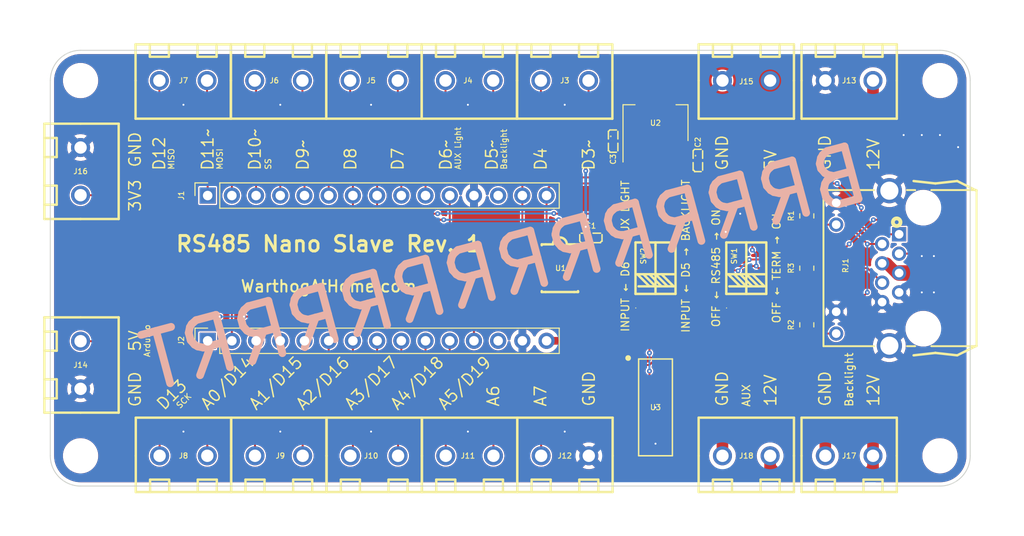
<source format=kicad_pcb>
(kicad_pcb (version 20211014) (generator pcbnew)
  (title_block (title "RS485 Nano Slave") (date "2022-09-07") (rev "1") (company "Maciej Swic"))
  (layers (0 "F.Cu" signal) (31 "B.Cu" signal) (34 "B.Paste" user) (35 "F.Paste" user) (36 "B.SilkS" user "B.Silkscreen") (37 "F.SilkS" user "F.Silkscreen") (38 "B.Mask" user) (39 "F.Mask" user) (44 "Edge.Cuts" user))
  (net 0 "")
  (net 1 "+5V")
  (net 2 "GND")
  (net 3 "+12V")
  (net 4 "D12{slash}MISO")
  (net 5 "D11~{slash}MOSI")
  (net 6 "D10~{slash}SS")
  (net 7 "D9~")
  (net 8 "D8")
  (net 9 "D7")
  (net 10 "D6~{slash}AUX_LIGHT")
  (net 11 "D5~{slash}BACKLIGHT")
  (net 12 "D4")
  (net 13 "D3~")
  (net 14 "D2")
  (net 16 "RXD")
  (net 17 "TXD")
  (net 18 "D13{slash}SCK")
  (net 19 "+3V3")
  (net 21 "A0{slash}D14")
  (net 22 "A1{slash}D15")
  (net 23 "A2{slash}D16")
  (net 24 "A3{slash}D17")
  (net 25 "A4{slash}D18")
  (net 26 "A5{slash}D19")
  (net 27 "A6")
  (net 28 "A7")
  (net 29 "5V_ARDUINO")
  (net 31 "BACKLIGHT_GND")
  (net 32 "AUX_GND")
  (net 33 "Net-(R1-Pad1)")
  (net 34 "Net-(R2-Pad1)")
  (net 35 "RS485+")
  (net 36 "Net-(R3-Pad2)")
  (net 37 "RS485-")
  (net 38 "RS485_GND")
  (net 39 "AUX_BASE")
  (net 40 "BACKLIGHT_BASE")
  (footprint "A10 KiCad Libraries:CONN-TH_WJ126V-5.0-2P" (layer "F.Cu") (at 142.6972 81.915 -90)
    (fp_text reference "J6")
    (fp_text value "Screw_Terminal_01x02")
  )
  (footprint "Connector_PinSocket_2.54mm:PinSocket_1x15_P2.54mm_Vertical" (layer "F.Cu") (at 135.255 109.22 90)
    (fp_text reference "J2")
    (fp_text value "Conn_01x15_Female")
  )
  (footprint "A10 KiCad Libraries:SW-SMD_DSHP02TSGER" (layer "F.Cu") (at 191.77 101.6)
    (fp_text reference "SW1")
    (fp_text value "SW_DIP_x02")
  )
  (footprint "A10 KiCad Libraries:CONN-TH_WJ126V-5.0-2P" (layer "F.Cu") (at 202.565 81.915 -90)
    (fp_text reference "J13")
    (fp_text value "Screw_Terminal_01x02")
  )
  (footprint "A10 KiCad Libraries:SOIC-8_L5.0-W4.0-P1.27-LS6.0-BL" (layer "F.Cu") (at 172.212 101.6 -90)
    (fp_text reference "U1")
    (fp_text value "MAX487ESA+T")
  )
  (footprint "A10 KiCad Libraries:C0402" (layer "F.Cu") (at 177.8 88.265 -90)
    (fp_text reference "C3")
    (fp_text value "1uF")
  )
  (footprint "A10 KiCad Libraries:CONN-TH_WJ126V-5.0-2P" (layer "F.Cu") (at 162.7378 121.285 90)
    (fp_text reference "J11")
    (fp_text value "Screw_Terminal_01x02")
  )
  (footprint "A10 KiCad Libraries:SOP-16_L10.0-W3.9-P1.27-LS6.0-BL" (layer "F.Cu") (at 182.245 116.205 -90)
    (fp_text reference "U3")
    (fp_text value "ULN2003A")
  )
  (footprint "A10 KiCad Libraries:CONN-TH_WJ126V-5.0-2P" (layer "F.Cu") (at 202.565 121.285 90)
    (fp_text reference "J17")
    (fp_text value "Screw_Terminal_01x02")
  )
  (footprint "MountingHole:MountingHole_3.2mm_M3" (layer "F.Cu") (at 121.92 81.915)
    (fp_text reference "H1" hide)
    (fp_text value "MountingHole" hide)
  )
  (footprint "A10 KiCad Libraries:CONN-TH_WJ126V-5.0-2P" (layer "F.Cu") (at 121.92 111.76)
    (fp_text reference "J14")
    (fp_text value "Screw_Terminal_01x02")
  )
  (footprint "MountingHole:MountingHole_3.2mm_M3" (layer "F.Cu") (at 212.09 81.915)
    (fp_text reference "H2" hide)
    (fp_text value "MountingHole" hide)
  )
  (footprint "MountingHole:MountingHole_3.2mm_M3" (layer "F.Cu") (at 121.92 121.285)
    (fp_text reference "H3" hide)
    (fp_text value "MountingHole" hide)
  )
  (footprint "MountingHole:MountingHole_3.2mm_M3" (layer "F.Cu") (at 212.09 121.285)
    (fp_text reference "H4" hide)
    (fp_text value "MountingHole" hide)
  )
  (footprint "A10 KiCad Libraries:CONN-TH_WJ126V-5.0-2P" (layer "F.Cu") (at 132.715 121.285 90)
    (fp_text reference "J8")
    (fp_text value "Screw_Terminal_01x02")
  )
  (footprint "A10 KiCad Libraries:CONN-TH_WJ126V-5.0-2P" (layer "F.Cu") (at 142.7226 121.285 90)
    (fp_text reference "J9")
    (fp_text value "Screw_Terminal_01x02")
  )
  (footprint "A10 KiCad Libraries:CONN-TH_WJ126V-5.0-2P" (layer "F.Cu") (at 121.92 91.44)
    (fp_text reference "J16")
    (fp_text value "Screw_Terminal_01x02")
  )
  (footprint "Package_TO_SOT_SMD:SOT-223-3_TabPin2" (layer "F.Cu") (at 182.245 86.36 90)
    (fp_text reference "U2")
    (fp_text value "AMS1117-5.0")
  )
  (footprint "A10 KiCad Libraries:CONN-TH_WJ126V-5.0-2P" (layer "F.Cu") (at 172.7454 121.285 90)
    (fp_text reference "J12")
    (fp_text value "Screw_Terminal_01x02")
  )
  (footprint "A10 KiCad Libraries:CONN-TH_WJ126V-5.0-2P" (layer "F.Cu") (at 191.77 121.285 90)
    (fp_text reference "J18")
    (fp_text value "Screw_Terminal_01x02")
  )
  (footprint "A10 KiCad Libraries:CONN-TH_WJ126V-5.0-2P" (layer "F.Cu") (at 162.7124 81.915 -90)
    (fp_text reference "J4")
    (fp_text value "Screw_Terminal_01x02")
  )
  (footprint "A10 KiCad Libraries:CONN-TH_WJ126V-5.0-2P" (layer "F.Cu") (at 152.7048 81.915 -90)
    (fp_text reference "J5")
    (fp_text value "Screw_Terminal_01x02")
  )
  (footprint "A10 KiCad Libraries:CONN-TH_WJ126V-5.0-2P" (layer "F.Cu") (at 152.7302 121.285 90)
    (fp_text reference "J10")
    (fp_text value "Screw_Terminal_01x02")
  )
  (footprint "Resistor_SMD:R_0805_2012Metric" (layer "F.Cu") (at 198.12 107.5436 90)
    (fp_text reference "R2")
    (fp_text value "1.8K")
  )
  (footprint "A10 KiCad Libraries:CONN-TH_WJ126V-5.0-2P" (layer "F.Cu") (at 132.6896 81.915 -90)
    (fp_text reference "J7")
    (fp_text value "Screw_Terminal_01x02")
  )
  (footprint "Connector_PinSocket_2.54mm:PinSocket_1x15_P2.54mm_Vertical" (layer "F.Cu") (at 135.255 93.98 90)
    (fp_text reference "J1")
    (fp_text value "Conn_01x15_Female")
  )
  (footprint "Resistor_SMD:R_0805_2012Metric" (layer "F.Cu") (at 198.12 101.6 -90)
    (fp_text reference "R3")
    (fp_text value "120R")
  )
  (footprint "A10 KiCad Libraries:CONN-TH_WJ126V-5.0-2P" (layer "F.Cu") (at 191.77 81.915 -90)
    (fp_text reference "J15")
    (fp_text value "Screw_Terminal_01x02")
  )
  (footprint "Resistor_SMD:R_0805_2012Metric" (layer "F.Cu") (at 198.12 96.1136 90)
    (fp_text reference "R1")
    (fp_text value "1.8K")
  )
  (footprint "A10 KiCad Libraries:C0402" (layer "F.Cu") (at 186.69 90.297 -90)
    (fp_text reference "C2")
    (fp_text value "10uF")
  )
  (footprint "A10 KiCad Libraries:C0402" (layer "F.Cu") (at 175.4632 98.425)
    (fp_text reference "C1")
    (fp_text value "1uF")
  )
  (footprint "A10 KiCad Libraries:CONN-TH_WJ126V-5.0-2P" (layer "F.Cu") (at 172.72 81.915 -90)
    (fp_text reference "J3")
    (fp_text value "Screw_Terminal_01x02")
  )
  (footprint "A10 KiCad Libraries:RJ45-TH_B-1-1" (layer "F.Cu") (at 207.899 101.6 90)
    (fp_text reference "RJ1")
    (fp_text value "RJ45-B-1*1")
  )
  (footprint "A10 KiCad Libraries:SW-SMD_DSHP02TSGER" (layer "F.Cu") (at 182.245 101.6)
    (fp_text reference "SW2")
    (fp_text value "SW_DIP_x02")
  )
  (gr_arc (start 212.09 78.74) (mid 214.335058 79.669937) (end 215.265 81.915) (layer "Edge.Cuts") (width 0.1016))
  (gr_line (start 212.09 124.46) (end 121.92 124.46) (layer "Edge.Cuts") (width 0.1016))
  (gr_line (start 118.745 81.915) (end 118.745 121.285) (layer "Edge.Cuts") (width 0.1016))
  (gr_arc (start 215.265 121.285) (mid 214.33507 123.530076) (end 212.09 124.46) (layer "Edge.Cuts") (width 0.1016))
  (gr_line (start 215.265 121.285) (end 215.265 81.915) (layer "Edge.Cuts") (width 0.1016))
  (gr_line (start 212.09 78.74) (end 121.92 78.74) (layer "Edge.Cuts") (width 0.1016))
  (gr_arc (start 118.745 81.915) (mid 119.674936 79.669936) (end 121.92 78.74) (layer "Edge.Cuts") (width 0.1016))
  (gr_arc (start 121.92 124.46) (mid 119.674936 123.530064) (end 118.745 121.285) (layer "Edge.Cuts") (width 0.1016))
  (gr_text "BRRRRRRRRRRRRT" (at 166.37 101.6 15) (layer "B.SilkS") (effects (font (size 5.6896 5.6896) (thickness 0.8128)) (justify mirror)))
  (gr_text "${TITLE} Rev. ${REVISION}" (at 147.955 99.06) (layer "F.SilkS") (effects (font (size 1.6256 1.6256) (thickness 0.3048))))
  (gr_text "WarthogAtHome.com" (at 147.955 103.505) (layer "F.SilkS") (effects (font (size 1.2192 1.2192) (thickness 0.2032))))
  (segment (start 174.924005 91.397351) (end 174.924005 90.188495) (width 0.3048) (layer "F.Cu") (net 1))
  (segment (start 174.918115 97.268285) (end 174.918115 97.267282) (width 0.3048) (layer "F.Cu") (net 1))
  (segment (start 174.918115 98.425) (end 174.918115 99.693986) (width 0.3048) (layer "F.Cu") (net 1))
  (segment (start 174.918115 97.267282) (end 174.924005 97.261392) (width 0.3048) (layer "F.Cu") (net 1))
  (segment (start 174.924005 90.188495) (end 177.392585 87.719915) (width 0.3048) (layer "F.Cu") (net 1))
  (segment (start 174.918115 98.425) (end 174.918115 97.268285) (width 0.3048) (layer "F.Cu") (net 1))
  (segment (start 174.918115 99.693986) (end 174.917105 99.694996) (width 0.3048) (layer "F.Cu") (net 1))
  (segment (start 177.392585 87.719915) (end 177.8 87.719915) (width 0.3048) (layer "F.Cu") (net 1))
  (via (at 174.924005 97.261392) (size 0.508) (drill 0.2032) (layers "F.Cu" "B.Cu") (net 1))
  (via (at 174.924005 91.397351) (size 0.508) (drill 0.2032) (layers "F.Cu" "B.Cu") (net 1))
  (segment (start 174.924005 91.397351) (end 174.924005 97.261392) (width 0.3048) (layer "B.Cu") (net 1))
  (via (at 212.09 87.63) (size 0.508) (drill 0.2032) (layers "F.Cu" "B.Cu") (net 2))
  (via (at 182.245 116.205) (size 0.508) (drill 0.2032) (layers "F.Cu" "B.Cu") (net 2))
  (via (at 142.875 84.455) (size 0.508) (drill 0.2032) (layers "F.Cu" "B.Cu") (net 2))
  (via (at 208.28 87.63) (size 0.508) (drill 0.2032) (layers "F.Cu" "B.Cu") (net 2))
  (via (at 213.995 88.9) (size 0.508) (drill 0.2032) (layers "F.Cu" "B.Cu") (net 2))
  (via (at 211.455 100.33) (size 0.508) (drill 0.2032) (layers "F.Cu" "B.Cu") (net 2))
  (via (at 172.72 118.745) (size 0.508) (drill 0.2032) (layers "F.Cu" "B.Cu") (net 2))
  (via (at 210.185 100.33) (size 0.508) (drill 0.2032) (layers "F.Cu" "B.Cu") (net 2))
  (via (at 182.245 120.015) (size 0.508) (drill 0.2032) (layers "F.Cu" "B.Cu") (net 2))
  (via (at 211.455 104.14) (size 0.508) (drill 0.2032) (layers "F.Cu" "B.Cu") (net 2))
  (via (at 162.56 84.455) (size 0.508) (drill 0.2032) (layers "F.Cu" "B.Cu") (net 2))
  (via (at 162.56 118.745) (size 0.508) (drill 0.2032) (layers "F.Cu" "B.Cu") (net 2))
  (via (at 172.72 84.455) (size 0.508) (drill 0.2032) (layers "F.Cu" "B.Cu") (net 2))
  (via (at 210.185 104.14) (size 0.508) (drill 0.2032) (layers "F.Cu" "B.Cu") (net 2))
  (via (at 210.185 87.63) (size 0.508) (drill 0.2032) (layers "F.Cu" "B.Cu") (net 2))
  (via (at 191.135 95.885) (size 0.508) (drill 0.2032) (layers "F.Cu" "B.Cu") (net 2))
  (via (at 132.715 118.745) (size 0.508) (drill 0.2032) (layers "F.Cu" "B.Cu") (net 2))
  (via (at 142.875 118.745) (size 0.508) (drill 0.2032) (layers "F.Cu" "B.Cu") (net 2))
  (via (at 152.4 118.745) (size 0.508) (drill 0.2032) (layers "F.Cu" "B.Cu") (net 2))
  (via (at 132.715 84.455) (size 0.508) (drill 0.2032) (layers "F.Cu" "B.Cu") (net 2))
  (via (at 152.4 84.455) (size 0.508) (drill 0.2032) (layers "F.Cu" "B.Cu") (net 2))
  (via (at 189.611 97.79) (size 0.508) (drill 0.2032) (layers "F.Cu" "B.Cu") (net 2))
  (segment (start 205.06627 122.59373) (end 205.06627 121.285) (width 1.2192) (layer "F.Cu") (net 3))
  (segment (start 212.09 89.535) (end 205.072268 89.535) (width 1.2192) (layer "F.Cu") (net 3))
  (segment (start 178.6954 123.4504) (end 177.165 121.92) (width 0.8128) (layer "F.Cu") (net 3))
  (segment (start 195.2054 123.4504) (end 178.6954 123.4504) (width 0.8128) (layer "F.Cu") (net 3))
  (segment (start 205.06627 121.285) (end 205.06627 114.97373) (width 1.2192) (layer "F.Cu") (net 3))
  (segment (start 207.518001 102.108001) (end 207.80248 102.108001) (width 1.2192) (layer "F.Cu") (net 3))
  (segment (start 175.895 109.22) (end 170.815 109.22) (width 0.8128) (layer "F.Cu") (net 3))
  (segment (start 177.165 121.92) (end 177.165 110.49) (width 0.8128) (layer "F.Cu") (net 3))
  (segment (start 184.57 89.535) (end 184.545 89.51) (width 1.2192) (layer "F.Cu") (net 3))
  (segment (start 195.2054 123.4504) (end 204.2096 123.4504) (width 1.2192) (layer "F.Cu") (net 3))
  (segment (start 177.165 110.49) (end 175.895 109.22) (width 0.8128) (layer "F.Cu") (net 3))
  (segment (start 206.021936 101.091999) (end 206.501999 101.091999) (width 1.2192) (layer "F.Cu") (net 3))
  (segment (start 205.065 81.915) (end 205.065 89.527732) (width 1.2192) (layer "F.Cu") (net 3))
  (segment (start 194.27127 122.51627) (end 195.2054 123.4504) (width 1.2192) (layer "F.Cu") (net 3))
  (segment (start 212.09 113.665) (end 213.36 112.395) (width 1.2192) (layer "F.Cu") (net 3))
  (segment (start 205.06627 114.97373) (end 206.375 113.665) (width 1.2192) (layer "F.Cu") (net 3))
  (segment (start 206.501999 101.091999) (end 207.518001 102.108001) (width 1.2192) (layer "F.Cu") (net 3))
  (segment (start 213.36 90.805) (end 212.09 89.535) (width 1.2192) (layer "F.Cu") (net 3))
  (segment (start 207.80248 102.108001) (end 213.233001 102.108001) (width 1.6256) (layer "F.Cu") (net 3))
  (segment (start 206.375 113.665) (end 212.09 113.665) (width 1.2192) (layer "F.Cu") (net 3))
  (segment (start 205.072268 89.535) (end 184.57 89.535) (width 1.2192) (layer "F.Cu") (net 3))
  (segment (start 204.2096 123.4504) (end 205.06627 122.59373) (width 1.2192) (layer "F.Cu") (net 3))
  (segment (start 194.27127 121.285) (end 194.27127 122.51627) (width 1.2192) (layer "F.Cu") (net 3))
  (segment (start 213.36 112.395) (end 213.36 90.805) (width 1.2192) (layer "F.Cu") (net 3))
  (segment (start 131.445 90.17) (end 130.18833 88.91333) (width 0.2032) (layer "F.Cu") (net 4))
  (segment (start 135.255 91.44) (end 133.985 90.17) (width 0.2032) (layer "F.Cu") (net 4))
  (segment (start 130.18833 88.91333) (end 130.18833 81.915) (width 0.2032) (layer "F.Cu") (net 4))
  (segment (start 135.255 93.98) (end 135.255 91.44) (width 0.2032) (layer "F.Cu") (net 4))
  (segment (start 133.985 90.17) (end 131.445 90.17) (width 0.2032) (layer "F.Cu") (net 4))
  (segment (start 137.795 93.98) (end 137.795 91.44) (width 0.2032) (layer "F.Cu") (net 5))
  (segment (start 137.795 91.44) (end 135.1896 88.8346) (width 0.2032) (layer "F.Cu") (net 5))
  (segment (start 135.1896 88.8346) (end 135.1896 81.915) (width 0.2032) (layer "F.Cu") (net 5))
  (segment (start 140.335 93.98) (end 140.335 82.05407) (width 0.2032) (layer "F.Cu") (net 6))
  (segment (start 140.335 82.05407) (end 140.19593 81.915) (width 0.2032) (layer "F.Cu") (net 6))
  (segment (start 142.875 93.98) (end 142.875 88.9) (width 0.2032) (layer "F.Cu") (net 7))
  (segment (start 142.875 88.9) (end 145.1972 86.5778) (width 0.2032) (layer "F.Cu") (net 7))
  (segment (start 145.1972 86.5778) (end 145.1972 81.915) (width 0.2032) (layer "F.Cu") (net 7))
  (segment (start 146.685 88.265) (end 148.899325 88.265) (width 0.2032) (layer "F.Cu") (net 8))
  (segment (start 145.415 93.98) (end 145.415 89.535) (width 0.2032) (layer "F.Cu") (net 8))
  (segment (start 150.20353 86.960795) (end 150.20353 81.915) (width 0.2032) (layer "F.Cu") (net 8))
  (segment (start 145.415 89.535) (end 146.685 88.265) (width 0.2032) (layer "F.Cu") (net 8))
  (segment (start 148.899325 88.265) (end 150.20353 86.960795) (width 0.2032) (layer "F.Cu") (net 8))
  (segment (start 155.2048 87.3652) (end 155.2048 81.915) (width 0.2032) (layer "F.Cu") (net 9))
  (segment (start 147.955 90.17) (end 149.225 88.9) (width 0.2032) (layer "F.Cu") (net 9))
  (segment (start 149.225 88.9) (end 153.67 88.9) (width 0.2032) (layer "F.Cu") (net 9))
  (segment (start 153.67 88.9) (end 155.2048 87.3652) (width 0.2032) (layer "F.Cu") (net 9))
  (segment (start 147.955 93.98) (end 147.955 90.17) (width 0.2032) (layer "F.Cu") (net 9))
  (segment (start 151.765 89.535) (end 158.75 89.535) (width 0.2032) (layer "F.Cu") (net 10))
  (segment (start 151.13 96.52) (end 150.495 95.885) (width 0.2032) (layer "F.Cu") (net 10))
  (segment (start 181.609999 97.789992) (end 181.61 97.155) (width 0.2032) (layer "F.Cu") (net 10))
  (segment (start 158.75 89.535) (end 160.21113 88.07387) (width 0.2032) (layer "F.Cu") (net 10))
  (segment (start 160.21113 88.07387) (end 160.21113 81.915) (width 0.2032) (layer "F.Cu") (net 10))
  (segment (start 150.495 93.98) (end 150.495 90.805) (width 0.2032) (layer "F.Cu") (net 10))
  (segment (start 180.975 96.52) (end 172.085 96.52) (width 0.2032) (layer "F.Cu") (net 10))
  (segment (start 181.61 97.155) (end 180.975 96.52) (width 0.2032) (layer "F.Cu") (net 10))
  (segment (start 150.495 90.805) (end 151.765 89.535) (width 0.2032) (layer "F.Cu") (net 10))
  (segment (start 160.02 96.52) (end 151.13 96.52) (width 0.2032) (layer "F.Cu") (net 10))
  (segment (start 150.495 95.885) (end 150.495 93.98) (width 0.2032) (layer "F.Cu") (net 10))
  (via (at 172.085 96.52) (size 0.508) (drill 0.2032) (layers "F.Cu" "B.Cu") (net 10))
  (via (at 160.02 96.52) (size 0.508) (drill 0.2032) (layers "F.Cu" "B.Cu") (net 10))
  (segment (start 172.085 96.52) (end 160.02 96.52) (width 0.2032) (layer "B.Cu") (net 10))
  (segment (start 165.2124 88.7876) (end 165.2124 81.915) (width 0.2032) (layer "F.Cu") (net 11))
  (segment (start 153.035 93.98) (end 153.035 91.44) (width 0.2032) (layer "F.Cu") (net 11))
  (segment (start 171.601903 95.885) (end 171.577 95.860097) (width 0.2032) (layer "F.Cu") (net 11))
  (segment (start 153.035 95.25) (end 153.035 93.98) (width 0.2032) (layer "F.Cu") (net 11))
  (segment (start 153.035 91.44) (end 154.305 90.17) (width 0.2032) (layer "F.Cu") (net 11))
  (segment (start 154.305 90.17) (end 163.83 90.17) (width 0.2032) (layer "F.Cu") (net 11))
  (segment (start 182.88 97.155) (end 181.61 95.885) (width 0.2032) (layer "F.Cu") (net 11))
  (segment (start 181.61 95.885) (end 171.601903 95.885) (width 0.2032) (layer "F.Cu") (net 11))
  (segment (start 153.67 95.885) (end 153.035 95.25) (width 0.2032) (layer "F.Cu") (net 11))
  (segment (start 159.385 95.885) (end 153.67 95.885) (width 0.2032) (layer "F.Cu") (net 11))
  (segment (start 163.83 90.17) (end 165.2124 88.7876) (width 0.2032) (layer "F.Cu") (net 11))
  (segment (start 182.880001 97.789992) (end 182.88 97.155) (width 0.2032) (layer "F.Cu") (net 11))
  (via (at 171.577 95.860097) (size 0.508) (drill 0.2032) (layers "F.Cu" "B.Cu") (net 11))
  (via (at 159.385 95.885) (size 0.508) (drill 0.2032) (layers "F.Cu" "B.Cu") (net 11))
  (segment (start 159.409903 95.860097) (end 159.385 95.885) (width 0.2032) (layer "B.Cu") (net 11))
  (segment (start 171.577 95.860097) (end 159.409903 95.860097) (width 0.2032) (layer "B.Cu") (net 11))
  (segment (start 156.845 90.805) (end 168.91 90.805) (width 0.2032) (layer "F.Cu") (net 12))
  (segment (start 155.575 92.075) (end 156.845 90.805) (width 0.2032) (layer "F.Cu") (net 12))
  (segment (start 170.21873 89.49627) (end 170.21873 81.915) (width 0.2032) (layer "F.Cu") (net 12))
  (segment (start 168.91 90.805) (end 170.21873 89.49627) (width 0.2032) (layer "F.Cu") (net 12))
  (segment (start 155.575 93.98) (end 155.575 92.075) (width 0.2032) (layer "F.Cu") (net 12))
  (segment (start 172.72 91.44) (end 175.22 88.94) (width 0.2032) (layer "F.Cu") (net 13))
  (segment (start 159.385 91.44) (end 172.72 91.44) (width 0.2032) (layer "F.Cu") (net 13))
  (segment (start 158.115 93.98) (end 158.115 92.71) (width 0.2032) (layer "F.Cu") (net 13))
  (segment (start 158.115 92.71) (end 159.385 91.44) (width 0.2032) (layer "F.Cu") (net 13))
  (segment (start 175.22 88.94) (end 175.22 81.915) (width 0.2032) (layer "F.Cu") (net 13))
  (segment (start 169.379895 100.964999) (end 169.379895 102.235001) (width 0.2032) (layer "F.Cu") (net 14))
  (segment (start 160.655 93.98) (end 160.655 100.33) (width 0.2032) (layer "F.Cu") (net 14))
  (segment (start 161.29 100.965) (end 169.379895 100.964999) (width 0.2032) (layer "F.Cu") (net 14))
  (segment (start 160.655 100.33) (end 161.29 100.965) (width 0.2032) (layer "F.Cu") (net 14))
  (segment (start 203.835 104.775) (end 198.755 104.775) (width 0.2032) (layer "F.Cu") (net 16))
  (segment (start 168.910004 99.694996) (end 168.91 99.695) (width 0.2032) (layer "F.Cu") (net 16))
  (segment (start 203.2 93.345) (end 203.2 97.79) (width 0.2032) (layer "F.Cu") (net 16))
  (segment (start 169.506895 99.694996) (end 168.910004 99.694996) (width 0.2032) (layer "F.Cu") (net 16))
  (segment (start 198.12 105.41) (end 198.12 106.6311) (width 0.2032) (layer "F.Cu") (net 16))
  (segment (start 204.469995 99.059995) (end 206.021936 99.059995) (width 0.2032) (layer "F.Cu") (net 16))
  (segment (start 201.93 92.075) (end 203.2 93.345) (width 0.2032) (layer "F.Cu") (net 16))
  (segment (start 168.275 92.71) (end 168.91 92.075) (width 0.2032) (layer "F.Cu") (net 16))
  (segment (start 168.275 93.98) (end 168.275 99.06) (width 0.2032) (layer "F.Cu") (net 16))
  (segment (start 168.275 99.06) (end 168.909996 99.694996) (width 0.2032) (layer "F.Cu") (net 16))
  (segment (start 204.47 104.14) (end 203.835 104.775) (width 0.2032) (layer "F.Cu") (net 16))
  (segment (start 168.91 92.075) (end 201.93 92.075) (width 0.2032) (layer "F.Cu") (net 16))
  (segment (start 198.755 104.775) (end 198.12 105.41) (width 0.2032) (layer "F.Cu") (net 16))
  (segment (start 168.275 93.98) (end 168.275 92.71) (width 0.2032) (layer "F.Cu") (net 16))
  (segment (start 203.2 97.79) (end 204.469995 99.059995) (width 0.2032) (layer "F.Cu") (net 16))
  (via (at 204.47 104.14) (size 0.508) (drill 0.2032) (layers "F.Cu" "B.Cu") (net 16))
  (via (at 204.469995 99.059995) (size 0.508) (drill 0.2032) (layers "F.Cu" "B.Cu") (net 16))
  (segment (start 204.469995 104.139995) (end 204.469995 99.059995) (width 0.2032) (layer "B.Cu") (net 16))
  (segment (start 204.47 104.14) (end 204.469995 104.139995) (width 0.2032) (layer "B.Cu") (net 16))
  (segment (start 171.45 92.71) (end 197.485 92.71) (width 0.2032) (layer "F.Cu") (net 17))
  (segment (start 198.12 93.345) (end 198.12 95.2011) (width 0.2032) (layer "F.Cu") (net 17))
  (segment (start 170.815 102.87) (end 170.179996 103.505004) (width 0.2032) (layer "F.Cu") (net 17))
  (segment (start 197.485 92.71) (end 198.12 93.345) (width 0.2032) (layer "F.Cu") (net 17))
  (segment (start 170.815 93.345) (end 171.45 92.71) (width 0.2032) (layer "F.Cu") (net 17))
  (segment (start 203.835 95.25) (end 203.835 97.155) (width 0.2032) (layer "F.Cu") (net 17))
  (segment (start 170.815 93.98) (end 170.815 102.87) (width 0.2032) (layer "F.Cu") (net 17))
  (segment (start 170.815 93.98) (end 170.815 93.345) (width 0.2032) (layer "F.Cu") (net 17))
  (segment (start 204.723993 98.043993) (end 207.80248 98.043993) (width 0.2032) (layer "F.Cu") (net 17))
  (segment (start 197.485 92.71) (end 201.295 92.71) (width 0.2032) (layer "F.Cu") (net 17))
  (segment (start 203.835 97.155) (end 204.723993 98.043993) (width 0.2032) (layer "F.Cu") (net 17))
  (segment (start 170.179996 103.505004) (end 169.506895 103.505004) (width 0.2032) (layer "F.Cu") (net 17))
  (via (at 201.295 92.71) (size 0.508) (drill 0.2032) (layers "F.Cu" "B.Cu") (net 17))
  (via (at 203.835 95.25) (size 0.508) (drill 0.2032) (layers "F.Cu" "B.Cu") (net 17))
  (segment (start 203.835 95.25) (end 201.295 92.71) (width 0.2032) (layer "B.Cu") (net 17))
  (segment (start 135.255 110.49) (end 133.985 111.76) (width 0.2032) (layer "F.Cu") (net 18))
  (segment (start 133.985 111.76) (end 131.445 111.76) (width 0.2032) (layer "F.Cu") (net 18))
  (segment (start 130.215 112.99) (end 130.215 121.285) (width 0.2032) (layer "F.Cu") (net 18))
  (segment (start 131.445 111.76) (end 130.215 112.99) (width 0.2032) (layer "F.Cu") (net 18))
  (segment (start 135.255 109.22) (end 135.255 110.49) (width 0.2032) (layer "F.Cu") (net 18))
  (segment (start 121.92 93.94127) (end 126.96127 93.94127) (width 0.2032) (layer "F.Cu") (net 19))
  (segment (start 126.96127 93.94127) (end 137.795 104.775) (width 0.2032) (layer "F.Cu") (net 19))
  (segment (start 137.795 104.775) (end 137.795 109.22) (width 0.2032) (layer "F.Cu") (net 19))
  (segment (start 136.525 112.395) (end 135.21627 113.70373) (width 0.2032) (layer "F.Cu") (net 21))
  (segment (start 135.21627 113.70373) (end 135.21627 121.285) (width 0.2032) (layer "F.Cu") (net 21))
  (segment (start 142.875 111.125) (end 141.605 112.395) (width 0.2032) (layer "F.Cu") (net 21))
  (segment (start 141.605 112.395) (end 136.525 112.395) (width 0.2032) (layer "F.Cu") (net 21))
  (segment (start 142.875 109.22) (end 142.875 111.125) (width 0.2032) (layer "F.Cu") (net 21))
  (segment (start 140.2226 114.4124) (end 140.2226 121.285) (width 0.2032) (layer "F.Cu") (net 22))
  (segment (start 144.145 113.03) (end 141.605 113.03) (width 0.2032) (layer "F.Cu") (net 22))
  (segment (start 145.415 111.76) (end 144.145 113.03) (width 0.2032) (layer "F.Cu") (net 22))
  (segment (start 145.415 109.22) (end 145.415 111.76) (width 0.2032) (layer "F.Cu") (net 22))
  (segment (start 141.605 113.03) (end 140.2226 114.4124) (width 0.2032) (layer "F.Cu") (net 22))
  (segment (start 147.955 109.22) (end 147.955 112.395) (width 0.2032) (layer "F.Cu") (net 23))
  (segment (start 147.955 112.395) (end 145.22387 115.12613) (width 0.2032) (layer "F.Cu") (net 23))
  (segment (start 145.22387 115.12613) (end 145.22387 121.285) (width 0.2032) (layer "F.Cu") (net 23))
  (segment (start 150.495 109.22) (end 150.495 121.0202) (width 0.2032) (layer "F.Cu") (net 24))
  (segment (start 150.495 121.0202) (end 150.2302 121.285) (width 0.2032) (layer "F.Cu") (net 24))
  (segment (start 153.035 112.395) (end 155.23147 114.59147) (width 0.2032) (layer "F.Cu") (net 25))
  (segment (start 153.035 109.22) (end 153.035 112.395) (width 0.2032) (layer "F.Cu") (net 25))
  (segment (start 155.23147 114.59147) (end 155.23147 121.285) (width 0.2032) (layer "F.Cu") (net 25))
  (segment (start 156.845 113.03) (end 158.75 113.03) (width 0.2032) (layer "F.Cu") (net 26))
  (segment (start 155.575 109.22) (end 155.575 111.76) (width 0.2032) (layer "F.Cu") (net 26))
  (segment (start 158.75 113.03) (end 160.2378 114.5178) (width 0.2032) (layer "F.Cu") (net 26))
  (segment (start 160.2378 114.5178) (end 160.2378 121.285) (width 0.2032) (layer "F.Cu") (net 26))
  (segment (start 155.575 111.76) (end 156.845 113.03) (width 0.2032) (layer "F.Cu") (net 26))
  (segment (start 165.23907 113.80407) (end 165.23907 121.285) (width 0.2032) (layer "F.Cu") (net 27))
  (segment (start 159.385 112.395) (end 163.83 112.395) (width 0.2032) (layer "F.Cu") (net 27))
  (segment (start 163.83 112.395) (end 165.23907 113.80407) (width 0.2032) (layer "F.Cu") (net 27))
  (segment (start 158.115 111.125) (end 159.385 112.395) (width 0.2032) (layer "F.Cu") (net 27))
  (segment (start 158.115 109.22) (end 158.115 111.125) (width 0.2032) (layer "F.Cu") (net 27))
  (segment (start 161.925 111.76) (end 168.91 111.76) (width 0.2032) (layer "F.Cu") (net 28))
  (segment (start 160.655 110.49) (end 161.925 111.76) (width 0.2032) (layer "F.Cu") (net 28))
  (segment (start 170.2454 113.0954) (end 170.2454 121.285) (width 0.2032) (layer "F.Cu") (net 28))
  (segment (start 168.91 111.76) (end 170.2454 113.0954) (width 0.2032) (layer "F.Cu") (net 28))
  (segment (start 160.655 109.22) (end 160.655 110.49) (width 0.2032) (layer "F.Cu") (net 28))
  (segment (start 126.96 109.26) (end 129.54 106.68) (width 0.2032) (layer "F.Cu") (net 29))
  (segment (start 161.925 106.68) (end 163.195 107.95) (width 0.2032) (layer "F.Cu") (net 29))
  (segment (start 129.54 106.68) (end 136.525 106.68) (width 0.2032) (layer "F.Cu") (net 29))
  (segment (start 163.195 107.95) (end 163.195 109.22) (width 0.2032) (layer "F.Cu") (net 29))
  (segment (start 139.065 106.68) (end 161.925 106.68) (width 0.2032) (layer "F.Cu") (net 29))
  (segment (start 121.92 109.26) (end 126.96 109.26) (width 0.2032) (layer "F.Cu") (net 29))
  (via (at 136.525 106.68) (size 0.508) (drill 0.2032) (layers "F.Cu" "B.Cu") (net 29))
  (via (at 139.065 106.68) (size 0.508) (drill 0.2032) (layers "F.Cu" "B.Cu") (net 29))
  (segment (start 136.525 106.68) (end 139.065 106.68) (width 0.2032) (layer "B.Cu") (net 29))
  (segment (start 200.065 114.34) (end 198.755 113.03) (width 1.2192) (layer "F.Cu") (net 31))
  (segment (start 200.065 121.285) (end 200.065 114.34) (width 1.2192) (layer "F.Cu") (net 31))
  (segment (start 187.324992 114.299996) (end 188.594994 113.029994) (width 0.5588) (layer "F.Cu") (net 31))
  (segment (start 185.117492 114.299996) (end 187.324992 114.299996) (width 0.5588) (layer "F.Cu") (net 31))
  (segment (start 187.324991 111.759991) (end 188.594994 113.029994) (width 0.5588) (layer "F.Cu") (net 31))
  (segment (start 185.117492 113.029994) (end 188.594994 113.029994) (width 0.5588) (layer "F.Cu") (net 31))
  (segment (start 188.595 113.03) (end 188.594994 113.029994) (width 1.2192) (layer "F.Cu") (net 31))
  (segment (start 198.755 113.03) (end 188.595 113.03) (width 1.2192) (layer "F.Cu") (net 31))
  (segment (start 185.117492 111.759991) (end 187.324991 111.759991) (width 0.5588) (layer "F.Cu") (net 31))
  (segment (start 185.117492 115.569999) (end 187.324999 115.569999) (width 0.5588) (layer "F.Cu") (net 32))
  (segment (start 189.27 117.515) (end 188.595 116.84) (width 1.2192) (layer "F.Cu") (net 32))
  (segment (start 189.27 121.285) (end 189.27 117.515) (width 1.2192) (layer "F.Cu") (net 32))
  (segment (start 187.324996 118.110004) (end 188.595 116.84) (width 0.5588) (layer "F.Cu") (net 32))
  (segment (start 185.117492 118.110004) (end 187.324996 118.110004) (width 0.5588) (layer "F.Cu") (net 32))
  (segment (start 187.324999 115.569999) (end 188.595 116.84) (width 0.5588) (layer "F.Cu") (net 32))
  (segment (start 185.117492 116.840001) (end 188.595 116.84) (width 0.5588) (layer "F.Cu") (net 32))
  (segment (start 198.12 97.0261) (end 198.124431 97.030531) (width 0.2032) (layer "F.Cu") (net 33))
  (segment (start 198.124431 97.030531) (end 201.203547 97.030531) (width 0.2032) (layer "F.Cu") (net 33))
  (segment (start 198.12 108.4561) (end 198.124454 108.460554) (width 0.2032) (layer "F.Cu") (net 34))
  (segment (start 198.124454 108.460554) (end 201.203547 108.460554) (width 0.2032) (layer "F.Cu") (net 34))
  (segment (start 192.080862 100.707154) (end 192.100516 100.6875) (width 0.2) (layer "F.Cu") (net 35))
  (segment (start 202.565 99.06) (end 200.9375 100.6875) (width 0.2) (layer "F.Cu") (net 35))
  (segment (start 200.9375 100.6875) (end 198.12 100.6875) (width 0.2) (layer "F.Cu") (net 35))
  (segment (start 190.8541 101.825) (end 190.91 101.8809) (width 0.2) (layer "F.Cu") (net 35))
  (segment (start 209.55 97.487256) (end 208.582744 96.52) (width 0.2) (layer "F.Cu") (net 35))
  (segment (start 207.80248 100.075997) (end 208.708648 100.075997) (width 0.2) (layer "F.Cu") (net 35))
  (segment (start 175.892213 102.235001) (end 176.302214 101.825) (width 0.2) (layer "F.Cu") (net 35))
  (segment (start 208.582744 96.52) (end 205.105 96.52) (width 0.2) (layer "F.Cu") (net 35))
  (segment (start 208.708648 100.075997) (end 209.55 99.234645) (width 0.2) (layer "F.Cu") (net 35))
  (segment (start 174.917105 102.235001) (end 175.892213 102.235001) (width 0.2) (layer "F.Cu") (net 35))
  (segment (start 176.302214 101.825) (end 190.8541 101.825) (width 0.2) (layer "F.Cu") (net 35))
  (segment (start 192.100516 100.6875) (end 198.12 100.6875) (width 0.2) (layer "F.Cu") (net 35))
  (segment (start 209.55 99.234645) (end 209.55 97.487256) (width 0.2) (layer "F.Cu") (net 35))
  (via (at 190.91 101.8809) (size 0.508) (drill 0.2032) (layers "F.Cu" "B.Cu") (net 35))
  (via (at 202.565 99.06) (size 0.508) (drill 0.2032) (layers "F.Cu" "B.Cu") (net 35))
  (via (at 192.080862 100.707154) (size 0.508) (drill 0.2032) (layers "F.Cu" "B.Cu") (net 35))
  (via (at 205.105 96.52) (size 0.508) (drill 0.2032) (layers "F.Cu" "B.Cu") (net 35))
  (segment (start 192.080862 100.707154) (end 192.080862 100.710038) (width 0.2) (layer "B.Cu") (net 35))
  (segment (start 192.080862 100.710038) (end 190.91 101.8809) (width 0.2) (layer "B.Cu") (net 35))
  (segment (start 202.565 99.06) (end 205.105 96.52) (width 0.2) (layer "B.Cu") (net 35))
  (segment (start 192.405001 105.410008) (end 197.484992 105.410008) (width 0.2032) (layer "F.Cu") (net 36))
  (segment (start 198.12 104.775) (end 198.12 102.5125) (width 0.2032) (layer "F.Cu") (net 36))
  (segment (start 197.484992 105.410008) (end 198.12 104.775) (width 0.2032) (layer "F.Cu") (net 36))
  (segment (start 175.892213 100.964999) (end 174.917105 100.964999) (width 0.2) (layer "F.Cu") (net 37))
  (segment (start 176.302214 101.375) (end 175.892213 100.964999) (width 0.2) (layer "F.Cu") (net 37))
  (segment (start 192.815 101.375) (end 176.302214 101.375) (width 0.2) (layer "F.Cu") (net 37))
  (segment (start 193.04 101.6) (end 192.815 101.375) (width 0.2) (layer "F.Cu") (net 37))
  (segment (start 206.021936 103.124003) (end 204.497933 101.6) (width 0.2) (layer "F.Cu") (net 37))
  (segment (start 192.405 99.695) (end 192.405001 97.789992) (width 0.2) (layer "F.Cu") (net 37))
  (segment (start 204.497933 101.6) (end 193.04 101.6) (width 0.2) (layer "F.Cu") (net 37))
  (via (at 192.815 101.375) (size 0.508) (drill 0.2032) (layers "F.Cu" "B.Cu") (net 37))
  (via (at 192.405 99.695) (size 0.508) (drill 0.2032) (layers "F.Cu" "B.Cu") (net 37))
  (segment (start 192.815 101.375) (end 192.815 100.105) (width 0.2) (layer "B.Cu") (net 37))
  (segment (start 192.815 100.105) (end 192.405 99.695) (width 0.2) (layer "B.Cu") (net 37))
  (segment (start 191.134999 105.410008) (end 191.135 104.14) (width 0.2032) (layer "F.Cu") (net 38))
  (segment (start 190.5 103.505) (end 190.499996 103.505004) (width 0.2032) (layer "F.Cu") (net 38))
  (segment (start 190.499996 103.505004) (end 174.917105 103.505004) (width 0.2032) (layer "F.Cu") (net 38))
  (segment (start 191.135 104.14) (end 190.5 103.505) (width 0.2032) (layer "F.Cu") (net 38))
  (segment (start 181.61 114.3) (end 180.34 115.57) (width 0.2032) (layer "F.Cu") (net 39))
  (segment (start 180.34 115.57) (end 179.372508 115.569999) (width 0.2032) (layer "F.Cu") (net 39))
  (segment (start 181.609999 105.410008) (end 181.61 110.49) (width 0.2032) (layer "F.Cu") (net 39))
  (segment (start 181.61 112.395) (end 181.61 114.3) (width 0.2032) (layer "F.Cu") (net 39))
  (segment (start 179.372508 116.840001) (end 179.372508 118.110004) (width 0.2032) (layer "F.Cu") (net 39))
  (segment (start 179.372508 115.569999) (end 179.372508 116.840001) (width 0.2032) (layer "F.Cu") (net 39))
  (via (at 181.61 112.395) (size 0.508) (drill 0.2032) (layers "F.Cu" "B.Cu") (net 39))
  (via (at 181.61 110.49) (size 0.508) (drill 0.2032) (layers "F.Cu" "B.Cu") (net 39))
  (segment (start 181.61 110.49) (end 181.61 112.395) (width 0.2032) (layer "B.Cu") (net 39))
  (segment (start 179.372508 113.029994) (end 179.372508 114.299996) (width 0.2032) (layer "F.Cu") (net 40))
  (segment (start 179.372508 111.759991) (end 179.372508 113.029994) (width 0.2032) (layer "F.Cu") (net 40))
  (segment (start 182.880001 110.489999) (end 181.61 111.76) (width 0.2032) (layer "F.Cu") (net 40))
  (segment (start 181.61 111.76) (end 181.609991 111.759991) (width 0.2032) (layer "F.Cu") (net 40))
  (segment (start 182.880001 105.410008) (end 182.880001 110.489999) (width 0.2032) (layer "F.Cu") (net 40))
  (segment (start 181.609991 111.759991) (end 179.372508 111.759991) (width 0.2032) (layer "F.Cu") (net 40))
  (zone (net 1) (net_name "+5V") (layer "F.Cu") (name "5V") (priority 10) (connect_pads yes (clearance 0.1524)) (min_thickness 0.1524) (fill yes (thermal_gap 0.508) (thermal_bridge_width 0.508) (smoothing fillet) (radius 0.8128) (island_removal_mode 2) (island_area_min 0.016129))
    (polygon (pts (xy 198.12 88.265) (xy 183.515 88.265) (xy 183.515 90.805) (xy 180.975 90.805) (xy 180.975 88.265) (xy 177.165 88.265) (xy 177.165 79.375) (xy 198.12 79.375)))
  )
  (zone (net 2) (net_name "GND") (layers F&B.Cu) (name "GND") (connect_pads (clearance 0.1524)) (min_thickness 0.3048) (fill yes (thermal_gap 0.4064) (thermal_bridge_width 0.8128) (smoothing fillet) (radius 0.8128) (island_removal_mode 2) (island_area_min 0.016129))
    (polygon (pts (xy 217.17 125.984) (xy 116.586 125.984) (xy 116.586 76.835) (xy 217.17 76.835)))
  )
)
</source>
